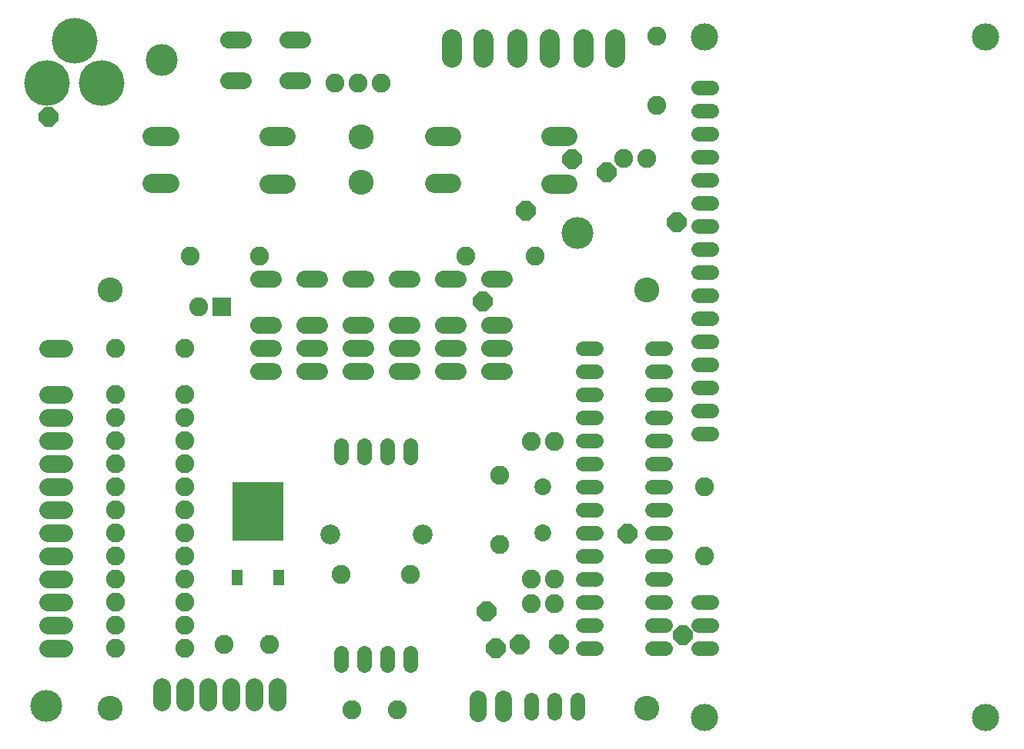
<source format=gbs>
G75*
G70*
%OFA0B0*%
%FSLAX24Y24*%
%IPPOS*%
%LPD*%
%AMOC8*
5,1,8,0,0,1.08239X$1,22.5*
%
%ADD10C,0.0880*%
%ADD11C,0.0820*%
%ADD12C,0.0820*%
%ADD13C,0.0640*%
%ADD14C,0.0730*%
%ADD15C,0.0720*%
%ADD16C,0.0760*%
%ADD17C,0.0635*%
%ADD18C,0.1182*%
%ADD19C,0.1080*%
%ADD20C,0.1980*%
%ADD21R,0.0820X0.0820*%
%ADD22R,0.2206X0.2521*%
%ADD23R,0.0474X0.0710*%
%ADD24C,0.0860*%
%ADD25C,0.0780*%
%ADD26C,0.1380*%
%ADD27OC8,0.0840*%
D10*
X021056Y030759D02*
X021056Y031559D01*
X022434Y031559D02*
X022434Y030759D01*
X023906Y030759D02*
X023906Y031559D01*
X025284Y031559D02*
X025284Y030759D01*
X026756Y030759D02*
X026756Y031559D01*
X028134Y031559D02*
X028134Y030759D01*
D11*
X029931Y031702D03*
X029931Y028702D03*
X029506Y026409D03*
X028506Y026409D03*
X024643Y022159D03*
X021643Y022159D03*
X012718Y022159D03*
X009718Y022159D03*
X010092Y019970D03*
X009506Y018159D03*
X009506Y016159D03*
X009506Y015159D03*
X009506Y014159D03*
X009506Y013159D03*
X009506Y012159D03*
X009506Y011159D03*
X009506Y010159D03*
X009506Y009159D03*
X009506Y008159D03*
X009506Y007159D03*
X009506Y006159D03*
X009506Y005159D03*
X011193Y005344D03*
X013162Y005344D03*
X016738Y002512D03*
X018707Y002512D03*
X024487Y007109D03*
X025487Y007109D03*
X025506Y008158D03*
X024506Y008158D03*
X023112Y009659D03*
X019243Y008363D03*
X016243Y008363D03*
X023112Y012659D03*
X024506Y014131D03*
X025506Y014131D03*
X032006Y012159D03*
X032006Y009159D03*
X006506Y009159D03*
X006506Y008159D03*
X006506Y007159D03*
X006506Y006159D03*
X006506Y005159D03*
X006506Y010159D03*
X006506Y011159D03*
X006506Y012159D03*
X006506Y013159D03*
X006506Y014159D03*
X006506Y015159D03*
X006506Y016159D03*
X006506Y018159D03*
X016006Y029659D03*
X017006Y029659D03*
X018006Y029659D03*
D12*
X020280Y027364D02*
X021020Y027364D01*
X021020Y025348D02*
X020280Y025348D01*
X025332Y025308D02*
X026072Y025308D01*
X026072Y027364D02*
X025332Y027364D01*
X013866Y027364D02*
X013126Y027364D01*
X013126Y025308D02*
X013866Y025308D01*
X008814Y025348D02*
X008074Y025348D01*
X008074Y027364D02*
X008814Y027364D01*
D13*
X026726Y018159D02*
X027286Y018159D01*
X027286Y017159D02*
X026726Y017159D01*
X026726Y016159D02*
X027286Y016159D01*
X027286Y015159D02*
X026726Y015159D01*
X026726Y014159D02*
X027286Y014159D01*
X027286Y013159D02*
X026726Y013159D01*
X026726Y012159D02*
X027286Y012159D01*
X027286Y011159D02*
X026726Y011159D01*
X026726Y010159D02*
X027286Y010159D01*
X027286Y009159D02*
X026726Y009159D01*
X026726Y008159D02*
X027286Y008159D01*
X027286Y007159D02*
X026726Y007159D01*
X026726Y006159D02*
X027286Y006159D01*
X027286Y005159D02*
X026726Y005159D01*
X026506Y002939D02*
X026506Y002379D01*
X025506Y002379D02*
X025506Y002939D01*
X024506Y002939D02*
X024506Y002379D01*
X029726Y005159D02*
X030286Y005159D01*
X030286Y006159D02*
X029726Y006159D01*
X029726Y007159D02*
X030286Y007159D01*
X030286Y008159D02*
X029726Y008159D01*
X029726Y009159D02*
X030286Y009159D01*
X030286Y010159D02*
X029726Y010159D01*
X029726Y011159D02*
X030286Y011159D01*
X030286Y012159D02*
X029726Y012159D01*
X029726Y013159D02*
X030286Y013159D01*
X030286Y014159D02*
X029726Y014159D01*
X029726Y015159D02*
X030286Y015159D01*
X030286Y016159D02*
X029726Y016159D01*
X029726Y017159D02*
X030286Y017159D01*
X030286Y018159D02*
X029726Y018159D01*
X031726Y007159D02*
X032286Y007159D01*
X032286Y006159D02*
X031726Y006159D01*
X031726Y005159D02*
X032286Y005159D01*
D14*
X025006Y010159D03*
X025006Y012159D03*
D15*
X023326Y017159D02*
X022686Y017159D01*
X022686Y018159D02*
X023326Y018159D01*
X023326Y019159D02*
X022686Y019159D01*
X021326Y019159D02*
X020686Y019159D01*
X020686Y018159D02*
X021326Y018159D01*
X021326Y017159D02*
X020686Y017159D01*
X019326Y017159D02*
X018686Y017159D01*
X018686Y018159D02*
X019326Y018159D01*
X019326Y019159D02*
X018686Y019159D01*
X017326Y019159D02*
X016686Y019159D01*
X016686Y018159D02*
X017326Y018159D01*
X017326Y017159D02*
X016686Y017159D01*
X015326Y017159D02*
X014686Y017159D01*
X014686Y018159D02*
X015326Y018159D01*
X015326Y019159D02*
X014686Y019159D01*
X013326Y019159D02*
X012686Y019159D01*
X012686Y018159D02*
X013326Y018159D01*
X013326Y017159D02*
X012686Y017159D01*
X012686Y021159D02*
X013326Y021159D01*
X014686Y021159D02*
X015326Y021159D01*
X016686Y021159D02*
X017326Y021159D01*
X018686Y021159D02*
X019326Y021159D01*
X020686Y021159D02*
X021326Y021159D01*
X022686Y021159D02*
X023326Y021159D01*
X014589Y029760D02*
X013949Y029760D01*
X012029Y029760D02*
X011389Y029760D01*
X011389Y031540D02*
X012029Y031540D01*
X013949Y031540D02*
X014589Y031540D01*
X022206Y002979D02*
X022206Y002339D01*
X023306Y002339D02*
X023306Y002979D01*
D16*
X013506Y002819D02*
X013506Y003499D01*
X012506Y003499D02*
X012506Y002819D01*
X011506Y002819D02*
X011506Y003499D01*
X010506Y003499D02*
X010506Y002819D01*
X009506Y002819D02*
X009506Y003499D01*
X008506Y003499D02*
X008506Y002819D01*
X004253Y005159D02*
X003573Y005159D01*
X003573Y006159D02*
X004253Y006159D01*
X004253Y007159D02*
X003573Y007159D01*
X003573Y008159D02*
X004253Y008159D01*
X004253Y009159D02*
X003573Y009159D01*
X003573Y010159D02*
X004253Y010159D01*
X004253Y011159D02*
X003573Y011159D01*
X003573Y012159D02*
X004253Y012159D01*
X004253Y013159D02*
X003573Y013159D01*
X003573Y014159D02*
X004253Y014159D01*
X004253Y015159D02*
X003573Y015159D01*
X003573Y016159D02*
X004253Y016159D01*
X004253Y018159D02*
X003573Y018159D01*
D17*
X016256Y013974D02*
X016256Y013419D01*
X017256Y013419D02*
X017256Y013974D01*
X018256Y013974D02*
X018256Y013419D01*
X019256Y013419D02*
X019256Y013974D01*
X019256Y004974D02*
X019256Y004419D01*
X018256Y004419D02*
X018256Y004974D01*
X017256Y004974D02*
X017256Y004419D01*
X016256Y004419D02*
X016256Y004974D01*
X031728Y014470D02*
X032283Y014470D01*
X032283Y015470D02*
X031728Y015470D01*
X031728Y016470D02*
X032283Y016470D01*
X032283Y017470D02*
X031728Y017470D01*
X031728Y018470D02*
X032283Y018470D01*
X032283Y019470D02*
X031728Y019470D01*
X031728Y020470D02*
X032283Y020470D01*
X032283Y021470D02*
X031728Y021470D01*
X031728Y022470D02*
X032283Y022470D01*
X032283Y023470D02*
X031728Y023470D01*
X031728Y024470D02*
X032283Y024470D01*
X032283Y025470D02*
X031728Y025470D01*
X031728Y026470D02*
X032283Y026470D01*
X032283Y027470D02*
X031728Y027470D01*
X031728Y028470D02*
X032283Y028470D01*
X032283Y029470D02*
X031728Y029470D01*
D18*
X031998Y031659D03*
X044171Y031659D03*
X044171Y002163D03*
X031998Y002163D03*
D19*
X029506Y002559D03*
X006256Y002559D03*
X006256Y020709D03*
X017141Y025372D03*
X017141Y027340D03*
X029506Y020709D03*
D20*
X005899Y029659D03*
X003537Y029659D03*
X004718Y031509D03*
D21*
X011092Y019970D03*
D22*
X012656Y011093D03*
D23*
X013553Y008219D03*
X011758Y008219D03*
D24*
X015778Y010109D03*
X019778Y010109D03*
D25*
X029488Y002553D03*
X006266Y002553D03*
X006266Y020687D03*
X029488Y020687D03*
D26*
X003506Y002659D03*
X026506Y023159D03*
X008506Y030659D03*
D27*
X003606Y028199D03*
X022406Y020199D03*
X024246Y024119D03*
X026246Y026359D03*
X027766Y025799D03*
X030806Y023639D03*
X028646Y010119D03*
X031046Y005719D03*
X025686Y005319D03*
X024006Y005319D03*
X022966Y005159D03*
X022566Y006759D03*
M02*

</source>
